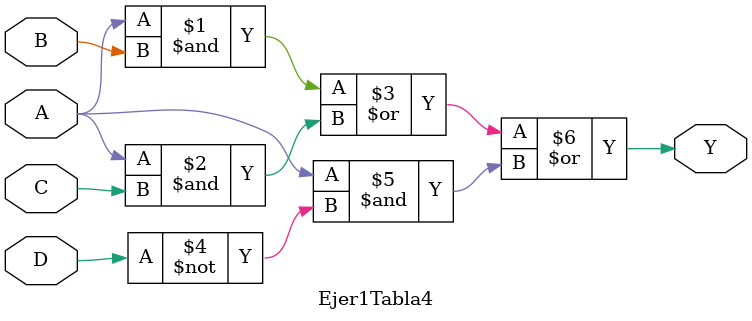
<source format=v>
 

module Ejer2Tabla1(input wire A, B, C, D, output wire Y);
//Outputs de gates
  wire NB, NC, ND, A1, A2, A3, A4;
//programación gates
  not (NB, B);
  not (NC, C);
  not (ND, D);
  and (A1, A, NB);
  and (A2, A, NC);
  and (A3, A, ND);
  and (A4, NB, NC, ND);
  or  (Y, A1, A2, A3, A4);

endmodule


// Ecuación a implementar: Y = C + B'
module Ejer2Tabla2(input wire A, B, C, output wire Y);
//output de gates
  wire NB;
//programación de gates
  not (NB, B);
  or  (Y, NB, C);

endmodule


// Ecuación a implementar: Y = B + C'D + AD
module Ejer2Tabla3(input wire A, B, C, D, output wire Y);
//output de gates
  wire NC, A1, A2;
//programación de gates
  not (NC, C);
  and (A1, NC, D);
  and (A2, A, D);
  or  (Y, A1, A2, B);

endmodule


// Ecuación a implementar: Y = A'C' + B
module Ejer2Tabla4(input wire A, B, C, output wire Y);
//output de gates
  wire NA, NC, A1;
//programación de gates
  not (NA, A);
  not (NC, C);
  and (A1, NA, NC);
  or  (Y, A1, B);

endmodule


//Cominezo progra utilizando operadores lógicos

//Ecuación a implementar: AC + AB' +A'C'
module Ejer1Tabla1(input wire A, B, C, output wire Y);

  assign Y = (A&C)|(A&~B)|(~A&~C);

endmodule


//Ecuación a implementar: B'
module Ejer1Tabla2(input wire A, B, C, output wire Y);

  assign Y = ~B;

endmodule


//Ecuación a implementar: A'B'C'D' + ABC'D' + A'BC'D + AB'C'D + A'B'CD + ABCD + A'BCD' + AB'CD'
module Ejer1Tabla3(input wire A, B, C, D, output wire Y);

  assign Y = (~A&~B&~C&~D)|(A&B&~C&~D)|(~A&B&~C&D)|(A&~B&~C&D)|(~A&~B&C&D)|(A&B&C&D)|(~A&B&C&~D)|(A&~B&C&~D);

endmodule


//Ecuación a implementar: AB + AC+ AD'
module Ejer1Tabla4(input wire A, B, C, D, output wire Y);

  assign Y = (A&B)|(A&C)|(A&~D);

endmodule



</source>
